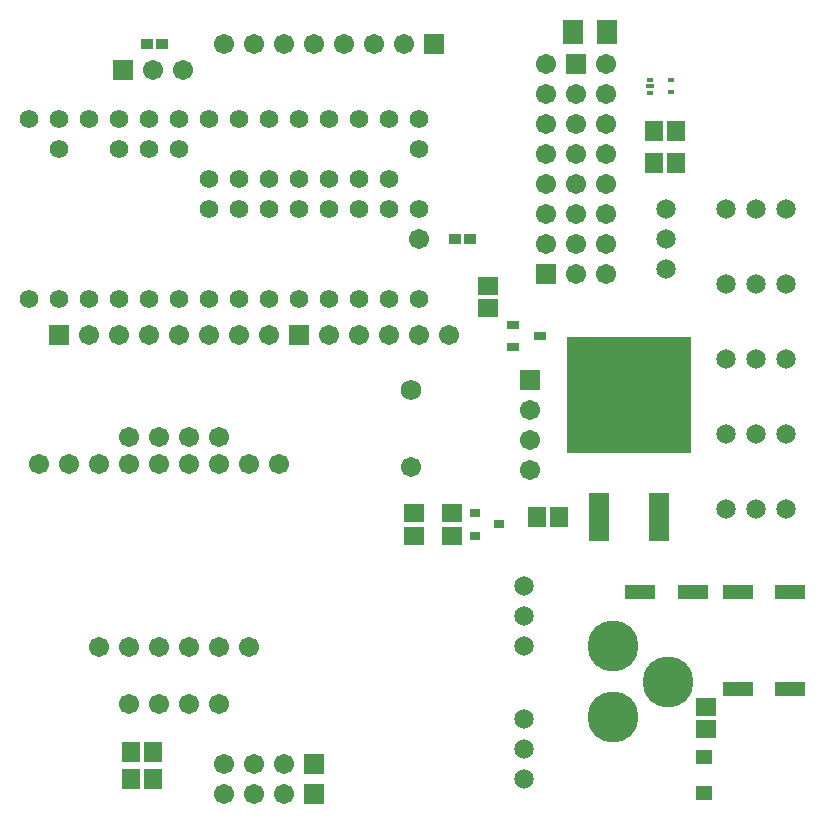
<source format=gts>
G04 DipTrace Beta 2.9.0.1*
G04 TeensyArbotixPro.gts*
%MOIN*%
G04 #@! TF.FileFunction,Soldermask,Top*
G04 #@! TF.Part,Single*
%ADD33C,0.065199*%
%ADD37R,0.1X0.05*%
%ADD39R,0.055118X0.047244*%
%ADD41R,0.041339X0.025591*%
%ADD45R,0.035433X0.031496*%
%ADD49R,0.019685X0.017717*%
%ADD50R,0.019685X0.014764*%
%ADD51R,0.025591X0.011811*%
%ADD52C,0.06194*%
%ADD53C,0.17*%
%ADD66C,0.067055*%
%ADD77C,0.068*%
%ADD79R,0.067055X0.059181*%
%ADD81R,0.043433X0.035559*%
%ADD83R,0.059181X0.067055*%
%ADD87R,0.417449X0.38989*%
%ADD89R,0.067055X0.163512*%
%ADD95R,0.067055X0.067055*%
%ADD99R,0.070992X0.078866*%
%ADD101C,0.067055*%
%FSLAX26Y26*%
G04*
G70*
G90*
G75*
G01*
G04 TopMask*
%LPD*%
D33*
X2150850Y1189000D3*
Y1089000D3*
Y989000D3*
Y744000D3*
Y644000D3*
Y544000D3*
D101*
X835850Y984000D3*
X935850D3*
X1035850D3*
X735850D3*
X935850Y1684000D3*
X1035850D3*
X1135850D3*
X835850D3*
X1135850Y984000D3*
X1235850D3*
D99*
X2315850Y3036000D3*
X2426087D3*
D37*
X2538350Y1169000D3*
X2713350D3*
X2863350Y844000D3*
X3038350D3*
X2863350Y1169000D3*
X3038350D3*
D95*
X1850850Y2994000D3*
D101*
X1750850D3*
X1650850D3*
X1550850D3*
X1450850D3*
X1350850D3*
X1250850D3*
X1150850D3*
D95*
X2325850Y2929000D3*
D101*
X2425850D3*
X2325850Y2829000D3*
X2425850D3*
X2325850Y2729000D3*
X2425850D3*
X2325850Y2629000D3*
X2425850D3*
X2325850Y2529000D3*
X2425850D3*
X2325850Y2429000D3*
X2425850D3*
X2325850Y2329000D3*
X2425850D3*
X2325850Y2229000D3*
X2425850D3*
D95*
X2225850D3*
D101*
Y2329000D3*
Y2429000D3*
Y2529000D3*
Y2629000D3*
Y2729000D3*
Y2829000D3*
Y2929000D3*
D95*
X2170850Y1874000D3*
D101*
Y1774000D3*
Y1674000D3*
Y1574000D3*
D95*
X815850Y2909000D3*
D101*
X915850D3*
X1015850D3*
D95*
X1450850Y594000D3*
D101*
X1350850D3*
X1250850D3*
X1150850D3*
D33*
X3025850Y1444000D3*
X2925850D3*
X2825850D3*
X3025850Y1694000D3*
X2925850D3*
X2825850D3*
X3025850Y1944000D3*
X2925850D3*
X2825850D3*
X3025850Y2194000D3*
X2925850D3*
X2825850D3*
X3025850Y2444000D3*
X2925850D3*
X2825850D3*
X2625850Y2244000D3*
Y2344000D3*
Y2444000D3*
D95*
X600850Y2024000D3*
D101*
X700850D3*
X800850D3*
X900850D3*
X1000850D3*
X1100850D3*
X1200850D3*
X1300850D3*
D95*
X1400850D3*
D101*
X1500850D3*
X1600850D3*
X1700850D3*
X1800850D3*
X1900850D3*
D95*
X1450850Y494000D3*
D101*
X1350850D3*
X1250850D3*
X1150850D3*
X1235850Y1594000D3*
X1135850D3*
X1035850D3*
X1335850D3*
X1035850Y794000D3*
X935850D3*
X835850D3*
X1135850D3*
X935850Y1594000D3*
X835850D3*
X635850D3*
X535850D3*
X735850D3*
D39*
X2750850Y618055D3*
Y499945D3*
D41*
X2113882Y2059000D3*
Y1984197D3*
X2204433Y2021598D3*
D89*
X2400848Y1419650D3*
X2600850Y1419630D3*
D87*
X2500850Y1825181D3*
D45*
X1986480Y1431402D3*
Y1356598D3*
X2069157Y1394000D3*
D83*
X2658134Y2599000D3*
X2583331D3*
X2583567Y2704000D3*
X2658370D3*
D81*
X1971850Y2345000D3*
X1920669D3*
X945850Y2994000D3*
X894669D3*
D79*
X2758850Y711598D3*
Y786402D3*
D83*
X2268252Y1419000D3*
X2193449D3*
X841047Y544000D3*
X915850D3*
X840850Y634000D3*
X915654D3*
D79*
X1785850Y1356598D3*
Y1431402D3*
X2030850Y2114000D3*
Y2188803D3*
X1910850Y1356598D3*
Y1431402D3*
D77*
X1772898Y1842000D3*
D101*
Y1586047D3*
D49*
X2639551Y2834630D3*
Y2874000D3*
D50*
X2572622Y2875496D3*
D51*
X2569669Y2854315D3*
D50*
X2572622Y2833134D3*
D52*
X500850Y2144000D3*
X600850D3*
X700850D3*
X800850D3*
X900850D3*
X1000850D3*
X1100850D3*
X1200850D3*
X1300850D3*
X1400850D3*
X1500850D3*
X1600850D3*
X1700850D3*
X1800850D3*
Y2444000D3*
Y2644000D3*
Y2744000D3*
X1700850D3*
X1600850D3*
X1500850D3*
X1400850D3*
X1300850D3*
X1200850D3*
X1100850D3*
X1000850D3*
X900850D3*
X800850D3*
X700850D3*
X600850D3*
X500850D3*
X600850Y2644000D3*
X800850D3*
X900850D3*
X1000850D3*
X1700850Y2444000D3*
Y2544000D3*
X1600850Y2444000D3*
X1500850D3*
X1400850D3*
X1300850D3*
X1600850Y2544000D3*
X1500850D3*
X1400850D3*
X1300850D3*
X1200850D3*
X1100850D3*
X1200850Y2444000D3*
X1100850D3*
D53*
X2446850Y987000D3*
Y750780D3*
X2631890Y868890D3*
D66*
X1800850Y2344000D3*
M02*

</source>
